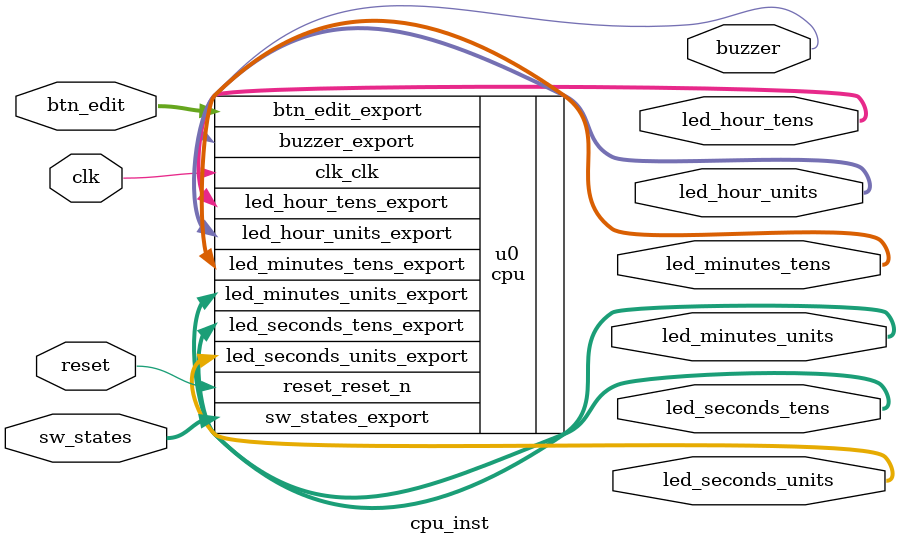
<source format=v>
module cpu_inst(input clk, reset, input [2:0] sw_states, input [2:0] btn_edit, output [6:0] led_seconds_units, output [6:0] led_seconds_tens, output [6:0] led_minutes_units, output [6:0] led_minutes_tens, output [6:0] led_hour_units, output [6:0] led_hour_tens, output buzzer);
	cpu u0 (
		.clk_clk                  (clk),                  //               clk.clk
		.led_hour_tens_export     (led_hour_tens),     //     led_hour_tens.export
		.led_hour_units_export    (led_hour_units),    //    led_hour_units.export
		.led_minutes_tens_export  (led_minutes_tens),  //  led_minutes_tens.export
		.led_minutes_units_export (led_minutes_units), // led_minutes_units.export
		.led_seconds_tens_export  (led_seconds_tens),  //  led_seconds_tens.export
		.led_seconds_units_export (led_seconds_units), // led_seconds_units.export
		.reset_reset_n            (reset),            //             reset.reset_n
		.sw_states_export         (sw_states),         //         sw_states.export
		.btn_edit_export          (btn_edit),           //          btn_edit.export
		.buzzer_export            (buzzer)             //            buzzer.export
	);
endmodule

</source>
